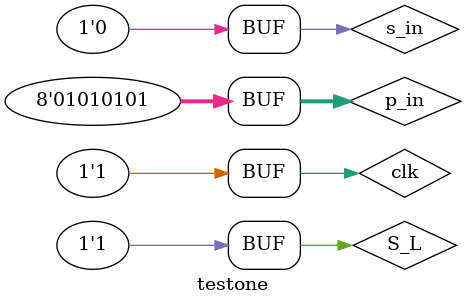
<source format=v>
`timescale 1ns / 1ps


module testone;

	// Inputs
	reg clk;
	reg S_L;
	reg s_in;
	reg [7:0] p_in;

	// Outputs
	wire [7:0] Q;

	// Instantiate the Unit Under Test (UUT)
	shift_reg uut (
		.clk(clk), 
		.S_L(S_L), 
		.s_in(s_in), 
		.p_in(p_in), 
		.Q(Q)
	);

	initial begin
	clk = 0;
	S_L = 0;
	s_in = 0;
	p_in = 0;
	#100;
	S_L = 0;
	s_in = 1;
	p_in = 0;
	#200;
	S_L = 1;
	s_in = 0;
	p_in = 8'b01010101;
	#500;
end
always begin
	clk = 0;#20;
	clk = 1;#20;
	end
      
endmodule


</source>
